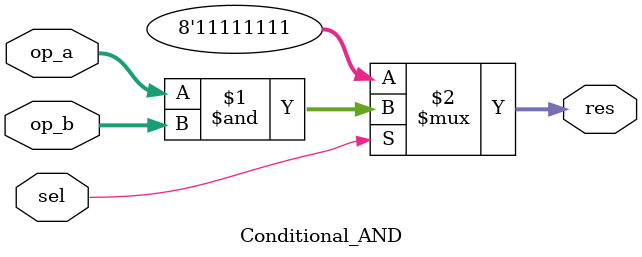
<source format=sv>
module Conditional_AND(
    input sel,
    input [7:0] op_a, op_b,
    output [7:0] res
);
    assign res = sel ? (op_a & op_b) : 8'hFF; 
endmodule

</source>
